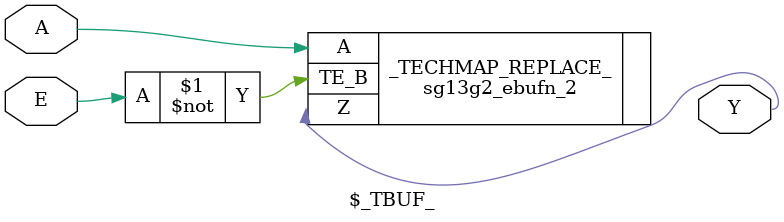
<source format=v>
module \$_TBUF_ (input A, input E, output Y);
  sg13g2_ebufn_2 _TECHMAP_REPLACE_ (
    .A(A),
    .Z(Y),
    .TE_B(~E));
endmodule

</source>
